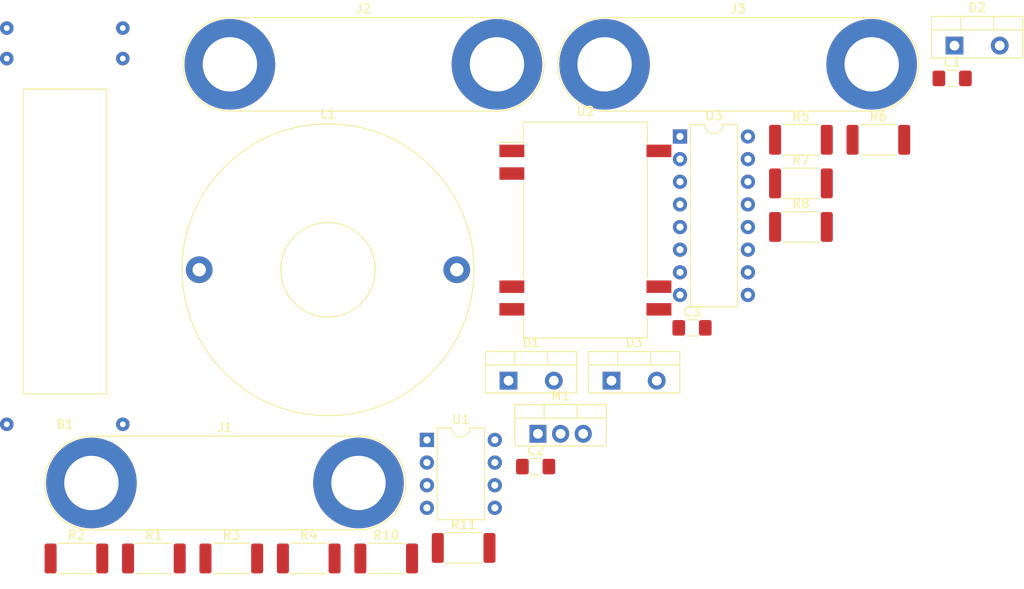
<source format=kicad_pcb>
(kicad_pcb (version 20171130) (host pcbnew "(5.1.6)-1")

  (general
    (thickness 1.6)
    (drawings 0)
    (tracks 0)
    (zones 0)
    (modules 25)
    (nets 29)
  )

  (page A4)
  (layers
    (0 F.Cu signal)
    (31 B.Cu signal)
    (32 B.Adhes user)
    (33 F.Adhes user)
    (34 B.Paste user)
    (35 F.Paste user)
    (36 B.SilkS user)
    (37 F.SilkS user)
    (38 B.Mask user)
    (39 F.Mask user)
    (40 Dwgs.User user)
    (41 Cmts.User user)
    (42 Eco1.User user)
    (43 Eco2.User user)
    (44 Edge.Cuts user)
    (45 Margin user)
    (46 B.CrtYd user)
    (47 F.CrtYd user)
    (48 B.Fab user)
    (49 F.Fab user)
  )

  (setup
    (last_trace_width 0.25)
    (trace_clearance 0.2)
    (zone_clearance 0.508)
    (zone_45_only no)
    (trace_min 0.2)
    (via_size 0.8)
    (via_drill 0.4)
    (via_min_size 0.4)
    (via_min_drill 0.3)
    (uvia_size 0.3)
    (uvia_drill 0.1)
    (uvias_allowed no)
    (uvia_min_size 0.2)
    (uvia_min_drill 0.1)
    (edge_width 0.05)
    (segment_width 0.2)
    (pcb_text_width 0.3)
    (pcb_text_size 1.5 1.5)
    (mod_edge_width 0.12)
    (mod_text_size 1 1)
    (mod_text_width 0.15)
    (pad_size 1.524 1.524)
    (pad_drill 0.762)
    (pad_to_mask_clearance 0.05)
    (aux_axis_origin 0 0)
    (visible_elements FFFFFF7F)
    (pcbplotparams
      (layerselection 0x010fc_ffffffff)
      (usegerberextensions false)
      (usegerberattributes true)
      (usegerberadvancedattributes true)
      (creategerberjobfile true)
      (excludeedgelayer true)
      (linewidth 0.100000)
      (plotframeref false)
      (viasonmask false)
      (mode 1)
      (useauxorigin false)
      (hpglpennumber 1)
      (hpglpenspeed 20)
      (hpglpendiameter 15.000000)
      (psnegative false)
      (psa4output false)
      (plotreference true)
      (plotvalue true)
      (plotinvisibletext false)
      (padsonsilk false)
      (subtractmaskfromsilk false)
      (outputformat 1)
      (mirror false)
      (drillshape 1)
      (scaleselection 1)
      (outputdirectory ""))
  )

  (net 0 "")
  (net 1 VCC)
  (net 2 "Net-(C1-Pad2)")
  (net 3 "Net-(C1-Pad1)")
  (net 4 "Net-(C2-Pad1)")
  (net 5 GND)
  (net 6 /Vout)
  (net 7 "Net-(B1-Pad~)")
  (net 8 "Net-(D2-Pad2)")
  (net 9 GND1)
  (net 10 +12V)
  (net 11 /GATE)
  (net 12 "Net-(R1-Pad2)")
  (net 13 "Net-(R1-Pad1)")
  (net 14 "Net-(R3-Pad1)")
  (net 15 "Net-(R4-Pad1)")
  (net 16 "Net-(R4-Pad2)")
  (net 17 "Net-(R5-Pad1)")
  (net 18 /1IN+)
  (net 19 "Net-(U1-Pad1)")
  (net 20 "Net-(U1-Pad6)")
  (net 21 "Net-(U1-Pad3)")
  (net 22 "Net-(U1-Pad4)")
  (net 23 "Net-(U2-Pad7)")
  (net 24 "Net-(U2-Pad8)")
  (net 25 "Net-(U3-Pad10)")
  (net 26 "Net-(U3-Pad11)")
  (net 27 "Net-(U3-Pad15)")
  (net 28 "Net-(U3-Pad16)")

  (net_class Default "This is the default net class."
    (clearance 0.2)
    (trace_width 0.25)
    (via_dia 0.8)
    (via_drill 0.4)
    (uvia_dia 0.3)
    (uvia_drill 0.1)
    (add_net +12V)
    (add_net /1IN+)
    (add_net /GATE)
    (add_net /Vout)
    (add_net GND)
    (add_net GND1)
    (add_net "Net-(B1-Pad~)")
    (add_net "Net-(C1-Pad1)")
    (add_net "Net-(C1-Pad2)")
    (add_net "Net-(C2-Pad1)")
    (add_net "Net-(D2-Pad2)")
    (add_net "Net-(R1-Pad1)")
    (add_net "Net-(R1-Pad2)")
    (add_net "Net-(R3-Pad1)")
    (add_net "Net-(R4-Pad1)")
    (add_net "Net-(R4-Pad2)")
    (add_net "Net-(R5-Pad1)")
    (add_net "Net-(U1-Pad1)")
    (add_net "Net-(U1-Pad3)")
    (add_net "Net-(U1-Pad4)")
    (add_net "Net-(U1-Pad6)")
    (add_net "Net-(U2-Pad7)")
    (add_net "Net-(U2-Pad8)")
    (add_net "Net-(U3-Pad10)")
    (add_net "Net-(U3-Pad11)")
    (add_net "Net-(U3-Pad15)")
    (add_net "Net-(U3-Pad16)")
    (add_net VCC)
  )

  (module Transformer_THT:trafo (layer F.Cu) (tedit 5EEA9494) (tstamp 5EEAE181)
    (at 134.62 68.58)
    (path /5ED3739B)
    (fp_text reference B1 (at 0 20.52) (layer F.SilkS)
      (effects (font (size 1 1) (thickness 0.15)))
    )
    (fp_text value reel_trafo (at 0 -18.27) (layer F.Fab)
      (effects (font (size 1 1) (thickness 0.15)))
    )
    (fp_line (start -4.65 17.1) (end -4.65 -17.1) (layer F.SilkS) (width 0.12))
    (fp_line (start 4.65 17.1) (end -4.65 17.1) (layer F.SilkS) (width 0.12))
    (fp_line (start 4.65 -17.1) (end 4.65 17.1) (layer F.SilkS) (width 0.12))
    (fp_line (start -4.65 -17.1) (end 4.65 -17.1) (layer F.SilkS) (width 0.12))
    (fp_line (start 0 -17.1) (end -4.65 -17.1) (layer F.SilkS) (width 0.12))
    (pad 1 thru_hole circle (at -6.51 -20.52) (size 1.524 1.524) (drill 0.65) (layers *.Cu *.Mask)
      (net 1 VCC))
    (pad 2 thru_hole circle (at -6.51 -23.94) (size 1.524 1.524) (drill 0.65) (layers *.Cu *.Mask))
    (pad 3 thru_hole circle (at 6.51 -23.94) (size 1.524 1.524) (drill 0.65) (layers *.Cu *.Mask))
    (pad 4 thru_hole circle (at 6.51 -20.52) (size 1.524 1.524) (drill 0.65) (layers *.Cu *.Mask))
    (pad 5 thru_hole circle (at -6.51 20.52) (size 1.524 1.524) (drill 0.65) (layers *.Cu *.Mask))
    (pad 6 thru_hole circle (at 6.51 20.52) (size 1.524 1.524) (drill 0.65) (layers *.Cu *.Mask))
  )

  (module Capacitor_SMD:C_1206_3216Metric_Pad1.42x1.75mm_HandSolder (layer F.Cu) (tedit 5B301BBE) (tstamp 5EEAE192)
    (at 234.195001 50.285001)
    (descr "Capacitor SMD 1206 (3216 Metric), square (rectangular) end terminal, IPC_7351 nominal with elongated pad for handsoldering. (Body size source: http://www.tortai-tech.com/upload/download/2011102023233369053.pdf), generated with kicad-footprint-generator")
    (tags "capacitor handsolder")
    (path /5EE9CF95)
    (attr smd)
    (fp_text reference C1 (at 0 -1.82) (layer F.SilkS)
      (effects (font (size 1 1) (thickness 0.15)))
    )
    (fp_text value 2.2uF (at 0 1.82) (layer F.Fab)
      (effects (font (size 1 1) (thickness 0.15)))
    )
    (fp_text user %R (at 0 0) (layer F.Fab)
      (effects (font (size 0.8 0.8) (thickness 0.12)))
    )
    (fp_line (start -1.6 0.8) (end -1.6 -0.8) (layer F.Fab) (width 0.1))
    (fp_line (start -1.6 -0.8) (end 1.6 -0.8) (layer F.Fab) (width 0.1))
    (fp_line (start 1.6 -0.8) (end 1.6 0.8) (layer F.Fab) (width 0.1))
    (fp_line (start 1.6 0.8) (end -1.6 0.8) (layer F.Fab) (width 0.1))
    (fp_line (start -0.602064 -0.91) (end 0.602064 -0.91) (layer F.SilkS) (width 0.12))
    (fp_line (start -0.602064 0.91) (end 0.602064 0.91) (layer F.SilkS) (width 0.12))
    (fp_line (start -2.45 1.12) (end -2.45 -1.12) (layer F.CrtYd) (width 0.05))
    (fp_line (start -2.45 -1.12) (end 2.45 -1.12) (layer F.CrtYd) (width 0.05))
    (fp_line (start 2.45 -1.12) (end 2.45 1.12) (layer F.CrtYd) (width 0.05))
    (fp_line (start 2.45 1.12) (end -2.45 1.12) (layer F.CrtYd) (width 0.05))
    (pad 2 smd roundrect (at 1.4875 0) (size 1.425 1.75) (layers F.Cu F.Paste F.Mask) (roundrect_rratio 0.175439)
      (net 2 "Net-(C1-Pad2)"))
    (pad 1 smd roundrect (at -1.4875 0) (size 1.425 1.75) (layers F.Cu F.Paste F.Mask) (roundrect_rratio 0.175439)
      (net 3 "Net-(C1-Pad1)"))
    (model ${KISYS3DMOD}/Capacitor_SMD.3dshapes/C_1206_3216Metric.wrl
      (at (xyz 0 0 0))
      (scale (xyz 1 1 1))
      (rotate (xyz 0 0 0))
    )
  )

  (module Capacitor_SMD:C_1206_3216Metric_Pad1.42x1.75mm_HandSolder (layer F.Cu) (tedit 5B301BBE) (tstamp 5EEAE1A3)
    (at 187.455001 93.845001)
    (descr "Capacitor SMD 1206 (3216 Metric), square (rectangular) end terminal, IPC_7351 nominal with elongated pad for handsoldering. (Body size source: http://www.tortai-tech.com/upload/download/2011102023233369053.pdf), generated with kicad-footprint-generator")
    (tags "capacitor handsolder")
    (path /5EEF337A)
    (attr smd)
    (fp_text reference C2 (at 0 -1.82) (layer F.SilkS)
      (effects (font (size 1 1) (thickness 0.15)))
    )
    (fp_text value 4.7nF (at 0 1.82) (layer F.Fab)
      (effects (font (size 1 1) (thickness 0.15)))
    )
    (fp_line (start 2.45 1.12) (end -2.45 1.12) (layer F.CrtYd) (width 0.05))
    (fp_line (start 2.45 -1.12) (end 2.45 1.12) (layer F.CrtYd) (width 0.05))
    (fp_line (start -2.45 -1.12) (end 2.45 -1.12) (layer F.CrtYd) (width 0.05))
    (fp_line (start -2.45 1.12) (end -2.45 -1.12) (layer F.CrtYd) (width 0.05))
    (fp_line (start -0.602064 0.91) (end 0.602064 0.91) (layer F.SilkS) (width 0.12))
    (fp_line (start -0.602064 -0.91) (end 0.602064 -0.91) (layer F.SilkS) (width 0.12))
    (fp_line (start 1.6 0.8) (end -1.6 0.8) (layer F.Fab) (width 0.1))
    (fp_line (start 1.6 -0.8) (end 1.6 0.8) (layer F.Fab) (width 0.1))
    (fp_line (start -1.6 -0.8) (end 1.6 -0.8) (layer F.Fab) (width 0.1))
    (fp_line (start -1.6 0.8) (end -1.6 -0.8) (layer F.Fab) (width 0.1))
    (fp_text user %R (at 0 0) (layer F.Fab)
      (effects (font (size 0.8 0.8) (thickness 0.12)))
    )
    (pad 1 smd roundrect (at -1.4875 0) (size 1.425 1.75) (layers F.Cu F.Paste F.Mask) (roundrect_rratio 0.175439)
      (net 4 "Net-(C2-Pad1)"))
    (pad 2 smd roundrect (at 1.4875 0) (size 1.425 1.75) (layers F.Cu F.Paste F.Mask) (roundrect_rratio 0.175439)
      (net 5 GND))
    (model ${KISYS3DMOD}/Capacitor_SMD.3dshapes/C_1206_3216Metric.wrl
      (at (xyz 0 0 0))
      (scale (xyz 1 1 1))
      (rotate (xyz 0 0 0))
    )
  )

  (module Capacitor_SMD:C_1206_3216Metric_Pad1.42x1.75mm_HandSolder (layer F.Cu) (tedit 5B301BBE) (tstamp 5EEAE1B4)
    (at 205.005001 78.275001)
    (descr "Capacitor SMD 1206 (3216 Metric), square (rectangular) end terminal, IPC_7351 nominal with elongated pad for handsoldering. (Body size source: http://www.tortai-tech.com/upload/download/2011102023233369053.pdf), generated with kicad-footprint-generator")
    (tags "capacitor handsolder")
    (path /5ED3F9C9)
    (attr smd)
    (fp_text reference C3 (at 0 -1.82) (layer F.SilkS)
      (effects (font (size 1 1) (thickness 0.15)))
    )
    (fp_text value 33u (at 0 1.82) (layer F.Fab)
      (effects (font (size 1 1) (thickness 0.15)))
    )
    (fp_line (start 2.45 1.12) (end -2.45 1.12) (layer F.CrtYd) (width 0.05))
    (fp_line (start 2.45 -1.12) (end 2.45 1.12) (layer F.CrtYd) (width 0.05))
    (fp_line (start -2.45 -1.12) (end 2.45 -1.12) (layer F.CrtYd) (width 0.05))
    (fp_line (start -2.45 1.12) (end -2.45 -1.12) (layer F.CrtYd) (width 0.05))
    (fp_line (start -0.602064 0.91) (end 0.602064 0.91) (layer F.SilkS) (width 0.12))
    (fp_line (start -0.602064 -0.91) (end 0.602064 -0.91) (layer F.SilkS) (width 0.12))
    (fp_line (start 1.6 0.8) (end -1.6 0.8) (layer F.Fab) (width 0.1))
    (fp_line (start 1.6 -0.8) (end 1.6 0.8) (layer F.Fab) (width 0.1))
    (fp_line (start -1.6 -0.8) (end 1.6 -0.8) (layer F.Fab) (width 0.1))
    (fp_line (start -1.6 0.8) (end -1.6 -0.8) (layer F.Fab) (width 0.1))
    (fp_text user %R (at 0 0) (layer F.Fab)
      (effects (font (size 0.8 0.8) (thickness 0.12)))
    )
    (pad 1 smd roundrect (at -1.4875 0) (size 1.425 1.75) (layers F.Cu F.Paste F.Mask) (roundrect_rratio 0.175439)
      (net 6 /Vout))
    (pad 2 smd roundrect (at 1.4875 0) (size 1.425 1.75) (layers F.Cu F.Paste F.Mask) (roundrect_rratio 0.175439)
      (net 7 "Net-(B1-Pad~)"))
    (model ${KISYS3DMOD}/Capacitor_SMD.3dshapes/C_1206_3216Metric.wrl
      (at (xyz 0 0 0))
      (scale (xyz 1 1 1))
      (rotate (xyz 0 0 0))
    )
  )

  (module Package_TO_SOT_THT:TO-220-2_Vertical (layer F.Cu) (tedit 5AC8BA0D) (tstamp 5EEAE1CD)
    (at 184.415001 84.205001)
    (descr "TO-220-2, Vertical, RM 5.08mm, see https://www.centralsemi.com/PDFS/CASE/TO-220-2PD.PDF")
    (tags "TO-220-2 Vertical RM 5.08mm")
    (path /5ED3A6F4)
    (fp_text reference D1 (at 2.54 -4.27) (layer F.SilkS)
      (effects (font (size 1 1) (thickness 0.15)))
    )
    (fp_text value DIODE (at 2.54 2.5) (layer F.Fab)
      (effects (font (size 1 1) (thickness 0.15)))
    )
    (fp_line (start 7.79 -3.4) (end -2.71 -3.4) (layer F.CrtYd) (width 0.05))
    (fp_line (start 7.79 1.51) (end 7.79 -3.4) (layer F.CrtYd) (width 0.05))
    (fp_line (start -2.71 1.51) (end 7.79 1.51) (layer F.CrtYd) (width 0.05))
    (fp_line (start -2.71 -3.4) (end -2.71 1.51) (layer F.CrtYd) (width 0.05))
    (fp_line (start 4.391 -3.27) (end 4.391 -1.76) (layer F.SilkS) (width 0.12))
    (fp_line (start 0.69 -3.27) (end 0.69 -1.76) (layer F.SilkS) (width 0.12))
    (fp_line (start -2.58 -1.76) (end 7.66 -1.76) (layer F.SilkS) (width 0.12))
    (fp_line (start 7.66 -3.27) (end 7.66 1.371) (layer F.SilkS) (width 0.12))
    (fp_line (start -2.58 -3.27) (end -2.58 1.371) (layer F.SilkS) (width 0.12))
    (fp_line (start -2.58 1.371) (end 7.66 1.371) (layer F.SilkS) (width 0.12))
    (fp_line (start -2.58 -3.27) (end 7.66 -3.27) (layer F.SilkS) (width 0.12))
    (fp_line (start 4.39 -3.15) (end 4.39 -1.88) (layer F.Fab) (width 0.1))
    (fp_line (start 0.69 -3.15) (end 0.69 -1.88) (layer F.Fab) (width 0.1))
    (fp_line (start -2.46 -1.88) (end 7.54 -1.88) (layer F.Fab) (width 0.1))
    (fp_line (start 7.54 -3.15) (end -2.46 -3.15) (layer F.Fab) (width 0.1))
    (fp_line (start 7.54 1.25) (end 7.54 -3.15) (layer F.Fab) (width 0.1))
    (fp_line (start -2.46 1.25) (end 7.54 1.25) (layer F.Fab) (width 0.1))
    (fp_line (start -2.46 -3.15) (end -2.46 1.25) (layer F.Fab) (width 0.1))
    (fp_text user %R (at 2.54 -4.27) (layer F.Fab)
      (effects (font (size 1 1) (thickness 0.15)))
    )
    (pad 1 thru_hole rect (at 0 0) (size 2 2) (drill 1.1) (layers *.Cu *.Mask)
      (net 5 GND))
    (pad 2 thru_hole oval (at 5.08 0) (size 2 2) (drill 1.1) (layers *.Cu *.Mask)
      (net 7 "Net-(B1-Pad~)"))
    (model ${KISYS3DMOD}/Package_TO_SOT_THT.3dshapes/TO-220-2_Vertical.wrl
      (at (xyz 0 0 0))
      (scale (xyz 1 1 1))
      (rotate (xyz 0 0 0))
    )
  )

  (module Package_TO_SOT_THT:TO-220-2_Vertical (layer F.Cu) (tedit 5AC8BA0D) (tstamp 5EEAE1E6)
    (at 234.455001 46.605001)
    (descr "TO-220-2, Vertical, RM 5.08mm, see https://www.centralsemi.com/PDFS/CASE/TO-220-2PD.PDF")
    (tags "TO-220-2 Vertical RM 5.08mm")
    (path /5ED3DBC2)
    (fp_text reference D2 (at 2.54 -4.27) (layer F.SilkS)
      (effects (font (size 1 1) (thickness 0.15)))
    )
    (fp_text value DIODE (at 2.54 2.5) (layer F.Fab)
      (effects (font (size 1 1) (thickness 0.15)))
    )
    (fp_line (start 7.79 -3.4) (end -2.71 -3.4) (layer F.CrtYd) (width 0.05))
    (fp_line (start 7.79 1.51) (end 7.79 -3.4) (layer F.CrtYd) (width 0.05))
    (fp_line (start -2.71 1.51) (end 7.79 1.51) (layer F.CrtYd) (width 0.05))
    (fp_line (start -2.71 -3.4) (end -2.71 1.51) (layer F.CrtYd) (width 0.05))
    (fp_line (start 4.391 -3.27) (end 4.391 -1.76) (layer F.SilkS) (width 0.12))
    (fp_line (start 0.69 -3.27) (end 0.69 -1.76) (layer F.SilkS) (width 0.12))
    (fp_line (start -2.58 -1.76) (end 7.66 -1.76) (layer F.SilkS) (width 0.12))
    (fp_line (start 7.66 -3.27) (end 7.66 1.371) (layer F.SilkS) (width 0.12))
    (fp_line (start -2.58 -3.27) (end -2.58 1.371) (layer F.SilkS) (width 0.12))
    (fp_line (start -2.58 1.371) (end 7.66 1.371) (layer F.SilkS) (width 0.12))
    (fp_line (start -2.58 -3.27) (end 7.66 -3.27) (layer F.SilkS) (width 0.12))
    (fp_line (start 4.39 -3.15) (end 4.39 -1.88) (layer F.Fab) (width 0.1))
    (fp_line (start 0.69 -3.15) (end 0.69 -1.88) (layer F.Fab) (width 0.1))
    (fp_line (start -2.46 -1.88) (end 7.54 -1.88) (layer F.Fab) (width 0.1))
    (fp_line (start 7.54 -3.15) (end -2.46 -3.15) (layer F.Fab) (width 0.1))
    (fp_line (start 7.54 1.25) (end 7.54 -3.15) (layer F.Fab) (width 0.1))
    (fp_line (start -2.46 1.25) (end 7.54 1.25) (layer F.Fab) (width 0.1))
    (fp_line (start -2.46 -3.15) (end -2.46 1.25) (layer F.Fab) (width 0.1))
    (fp_text user %R (at 2.54 -4.27) (layer F.Fab)
      (effects (font (size 1 1) (thickness 0.15)))
    )
    (pad 1 thru_hole rect (at 0 0) (size 2 2) (drill 1.1) (layers *.Cu *.Mask)
      (net 7 "Net-(B1-Pad~)"))
    (pad 2 thru_hole oval (at 5.08 0) (size 2 2) (drill 1.1) (layers *.Cu *.Mask)
      (net 8 "Net-(D2-Pad2)"))
    (model ${KISYS3DMOD}/Package_TO_SOT_THT.3dshapes/TO-220-2_Vertical.wrl
      (at (xyz 0 0 0))
      (scale (xyz 1 1 1))
      (rotate (xyz 0 0 0))
    )
  )

  (module Package_TO_SOT_THT:TO-220-2_Vertical (layer F.Cu) (tedit 5AC8BA0D) (tstamp 5EEAE1FF)
    (at 195.965001 84.205001)
    (descr "TO-220-2, Vertical, RM 5.08mm, see https://www.centralsemi.com/PDFS/CASE/TO-220-2PD.PDF")
    (tags "TO-220-2 Vertical RM 5.08mm")
    (path /5ED3E515)
    (fp_text reference D3 (at 2.54 -4.27) (layer F.SilkS)
      (effects (font (size 1 1) (thickness 0.15)))
    )
    (fp_text value DIODE (at 2.54 2.5) (layer F.Fab)
      (effects (font (size 1 1) (thickness 0.15)))
    )
    (fp_text user %R (at 2.54 -4.27) (layer F.Fab)
      (effects (font (size 1 1) (thickness 0.15)))
    )
    (fp_line (start -2.46 -3.15) (end -2.46 1.25) (layer F.Fab) (width 0.1))
    (fp_line (start -2.46 1.25) (end 7.54 1.25) (layer F.Fab) (width 0.1))
    (fp_line (start 7.54 1.25) (end 7.54 -3.15) (layer F.Fab) (width 0.1))
    (fp_line (start 7.54 -3.15) (end -2.46 -3.15) (layer F.Fab) (width 0.1))
    (fp_line (start -2.46 -1.88) (end 7.54 -1.88) (layer F.Fab) (width 0.1))
    (fp_line (start 0.69 -3.15) (end 0.69 -1.88) (layer F.Fab) (width 0.1))
    (fp_line (start 4.39 -3.15) (end 4.39 -1.88) (layer F.Fab) (width 0.1))
    (fp_line (start -2.58 -3.27) (end 7.66 -3.27) (layer F.SilkS) (width 0.12))
    (fp_line (start -2.58 1.371) (end 7.66 1.371) (layer F.SilkS) (width 0.12))
    (fp_line (start -2.58 -3.27) (end -2.58 1.371) (layer F.SilkS) (width 0.12))
    (fp_line (start 7.66 -3.27) (end 7.66 1.371) (layer F.SilkS) (width 0.12))
    (fp_line (start -2.58 -1.76) (end 7.66 -1.76) (layer F.SilkS) (width 0.12))
    (fp_line (start 0.69 -3.27) (end 0.69 -1.76) (layer F.SilkS) (width 0.12))
    (fp_line (start 4.391 -3.27) (end 4.391 -1.76) (layer F.SilkS) (width 0.12))
    (fp_line (start -2.71 -3.4) (end -2.71 1.51) (layer F.CrtYd) (width 0.05))
    (fp_line (start -2.71 1.51) (end 7.79 1.51) (layer F.CrtYd) (width 0.05))
    (fp_line (start 7.79 1.51) (end 7.79 -3.4) (layer F.CrtYd) (width 0.05))
    (fp_line (start 7.79 -3.4) (end -2.71 -3.4) (layer F.CrtYd) (width 0.05))
    (pad 2 thru_hole oval (at 5.08 0) (size 2 2) (drill 1.1) (layers *.Cu *.Mask)
      (net 8 "Net-(D2-Pad2)"))
    (pad 1 thru_hole rect (at 0 0) (size 2 2) (drill 1.1) (layers *.Cu *.Mask)
      (net 7 "Net-(B1-Pad~)"))
    (model ${KISYS3DMOD}/Package_TO_SOT_THT.3dshapes/TO-220-2_Vertical.wrl
      (at (xyz 0 0 0))
      (scale (xyz 1 1 1))
      (rotate (xyz 0 0 0))
    )
  )

  (module Connector:Banana_Jack_2Pin (layer F.Cu) (tedit 5A1AB217) (tstamp 5EEAE212)
    (at 137.605001 95.685001)
    (descr "Dual banana socket, footprint - 2 x 6mm drills")
    (tags "banana socket")
    (path /5EED628F)
    (fp_text reference J1 (at 14.985 -6.24) (layer F.SilkS)
      (effects (font (size 1 1) (thickness 0.15)))
    )
    (fp_text value Conn_01x02_Female (at 14.985 6.29) (layer F.Fab)
      (effects (font (size 1 1) (thickness 0.15)))
    )
    (fp_circle (center 30 0) (end 34.75 0) (layer F.Fab) (width 0.1))
    (fp_circle (center 0 0) (end 4.75 0) (layer F.Fab) (width 0.1))
    (fp_circle (center 0 0) (end 2 0) (layer F.Fab) (width 0.1))
    (fp_circle (center 30 0) (end 32 0) (layer F.Fab) (width 0.1))
    (fp_line (start 30 -5.25) (end 0 -5.25) (layer F.SilkS) (width 0.12))
    (fp_line (start 0 5.25) (end 30 5.25) (layer F.SilkS) (width 0.12))
    (fp_line (start 0 5.5) (end 30 5.5) (layer F.CrtYd) (width 0.05))
    (fp_line (start 30 -5.5) (end 0 -5.5) (layer F.CrtYd) (width 0.05))
    (fp_text user %R (at 14.985 0) (layer F.Fab)
      (effects (font (size 1 1) (thickness 0.15)))
    )
    (fp_arc (start 0 0) (end 0 5.5) (angle 180) (layer F.CrtYd) (width 0.05))
    (fp_arc (start 30 0) (end 30 -5.5) (angle 180) (layer F.CrtYd) (width 0.05))
    (fp_arc (start 30 0) (end 30 -5.25) (angle 180) (layer F.SilkS) (width 0.12))
    (fp_arc (start 0 0) (end 0 5.25) (angle 180) (layer F.SilkS) (width 0.12))
    (pad 1 thru_hole circle (at 0 0) (size 10.16 10.16) (drill 6.1) (layers *.Cu *.Mask)
      (net 1 VCC))
    (pad 2 thru_hole circle (at 29.97 0) (size 10.16 10.16) (drill 6.1) (layers *.Cu *.Mask)
      (net 5 GND))
    (model ${KISYS3DMOD}/Connector.3dshapes/Banana_Jack_2Pin.wrl
      (offset (xyz 14.98599977493286 0 0))
      (scale (xyz 2 2 2))
      (rotate (xyz 0 0 0))
    )
  )

  (module Connector:Banana_Jack_2Pin (layer F.Cu) (tedit 5A1AB217) (tstamp 5EEAE225)
    (at 153.145001 48.705001)
    (descr "Dual banana socket, footprint - 2 x 6mm drills")
    (tags "banana socket")
    (path /5EED6E52)
    (fp_text reference J2 (at 14.985 -6.24) (layer F.SilkS)
      (effects (font (size 1 1) (thickness 0.15)))
    )
    (fp_text value Conn_01x02_Female (at 14.985 6.29) (layer F.Fab)
      (effects (font (size 1 1) (thickness 0.15)))
    )
    (fp_arc (start 0 0) (end 0 5.25) (angle 180) (layer F.SilkS) (width 0.12))
    (fp_arc (start 30 0) (end 30 -5.25) (angle 180) (layer F.SilkS) (width 0.12))
    (fp_arc (start 30 0) (end 30 -5.5) (angle 180) (layer F.CrtYd) (width 0.05))
    (fp_arc (start 0 0) (end 0 5.5) (angle 180) (layer F.CrtYd) (width 0.05))
    (fp_text user %R (at 14.985 0) (layer F.Fab)
      (effects (font (size 1 1) (thickness 0.15)))
    )
    (fp_line (start 30 -5.5) (end 0 -5.5) (layer F.CrtYd) (width 0.05))
    (fp_line (start 0 5.5) (end 30 5.5) (layer F.CrtYd) (width 0.05))
    (fp_line (start 0 5.25) (end 30 5.25) (layer F.SilkS) (width 0.12))
    (fp_line (start 30 -5.25) (end 0 -5.25) (layer F.SilkS) (width 0.12))
    (fp_circle (center 30 0) (end 32 0) (layer F.Fab) (width 0.1))
    (fp_circle (center 0 0) (end 2 0) (layer F.Fab) (width 0.1))
    (fp_circle (center 0 0) (end 4.75 0) (layer F.Fab) (width 0.1))
    (fp_circle (center 30 0) (end 34.75 0) (layer F.Fab) (width 0.1))
    (pad 2 thru_hole circle (at 29.97 0) (size 10.16 10.16) (drill 6.1) (layers *.Cu *.Mask)
      (net 9 GND1))
    (pad 1 thru_hole circle (at 0 0) (size 10.16 10.16) (drill 6.1) (layers *.Cu *.Mask)
      (net 10 +12V))
    (model ${KISYS3DMOD}/Connector.3dshapes/Banana_Jack_2Pin.wrl
      (offset (xyz 14.98599977493286 0 0))
      (scale (xyz 2 2 2))
      (rotate (xyz 0 0 0))
    )
  )

  (module Connector:Banana_Jack_2Pin (layer F.Cu) (tedit 5A1AB217) (tstamp 5EEAE238)
    (at 195.195001 48.705001)
    (descr "Dual banana socket, footprint - 2 x 6mm drills")
    (tags "banana socket")
    (path /5EEC8F4E)
    (fp_text reference J3 (at 14.985 -6.24) (layer F.SilkS)
      (effects (font (size 1 1) (thickness 0.15)))
    )
    (fp_text value Conn_01x02_Male (at 14.985 6.29) (layer F.Fab)
      (effects (font (size 1 1) (thickness 0.15)))
    )
    (fp_circle (center 30 0) (end 34.75 0) (layer F.Fab) (width 0.1))
    (fp_circle (center 0 0) (end 4.75 0) (layer F.Fab) (width 0.1))
    (fp_circle (center 0 0) (end 2 0) (layer F.Fab) (width 0.1))
    (fp_circle (center 30 0) (end 32 0) (layer F.Fab) (width 0.1))
    (fp_line (start 30 -5.25) (end 0 -5.25) (layer F.SilkS) (width 0.12))
    (fp_line (start 0 5.25) (end 30 5.25) (layer F.SilkS) (width 0.12))
    (fp_line (start 0 5.5) (end 30 5.5) (layer F.CrtYd) (width 0.05))
    (fp_line (start 30 -5.5) (end 0 -5.5) (layer F.CrtYd) (width 0.05))
    (fp_text user %R (at 14.985 0) (layer F.Fab)
      (effects (font (size 1 1) (thickness 0.15)))
    )
    (fp_arc (start 0 0) (end 0 5.5) (angle 180) (layer F.CrtYd) (width 0.05))
    (fp_arc (start 30 0) (end 30 -5.5) (angle 180) (layer F.CrtYd) (width 0.05))
    (fp_arc (start 30 0) (end 30 -5.25) (angle 180) (layer F.SilkS) (width 0.12))
    (fp_arc (start 0 0) (end 0 5.25) (angle 180) (layer F.SilkS) (width 0.12))
    (pad 1 thru_hole circle (at 0 0) (size 10.16 10.16) (drill 6.1) (layers *.Cu *.Mask)
      (net 7 "Net-(B1-Pad~)"))
    (pad 2 thru_hole circle (at 29.97 0) (size 10.16 10.16) (drill 6.1) (layers *.Cu *.Mask)
      (net 6 /Vout))
    (model ${KISYS3DMOD}/Connector.3dshapes/Banana_Jack_2Pin.wrl
      (offset (xyz 14.98599977493286 0 0))
      (scale (xyz 2 2 2))
      (rotate (xyz 0 0 0))
    )
  )

  (module Inductor_THT:L_Toroid_Horizontal_D32.5mm_P28.90mm_Bourns_2300 (layer F.Cu) (tedit 5AE59B06) (tstamp 5EEAE254)
    (at 149.705001 71.755001)
    (descr "L_Toroid, Horizontal series, Radial, pin pitch=28.90mm, , diameter=32.5mm, Bourns, 2300, http://www.bourns.com/docs/Product-Datasheets/2300_series.pdf?sfvrsn=3")
    (tags "L_Toroid Horizontal series Radial pin pitch 28.90mm  diameter 32.5mm Bourns 2300")
    (path /5ED3F2F5)
    (fp_text reference L1 (at 14.45 -17.5) (layer F.SilkS)
      (effects (font (size 1 1) (thickness 0.15)))
    )
    (fp_text value INDUCTOR (at 14.45 17.5) (layer F.Fab)
      (effects (font (size 1 1) (thickness 0.15)))
    )
    (fp_line (start 30.95 -16.5) (end -2.06 -16.5) (layer F.CrtYd) (width 0.05))
    (fp_line (start 30.95 16.5) (end 30.95 -16.5) (layer F.CrtYd) (width 0.05))
    (fp_line (start -2.06 16.5) (end 30.95 16.5) (layer F.CrtYd) (width 0.05))
    (fp_line (start -2.06 -16.5) (end -2.06 16.5) (layer F.CrtYd) (width 0.05))
    (fp_line (start 30.4926 -0.002973) (end 19.668781 1.397288) (layer F.Fab) (width 0.1))
    (fp_line (start 28.341936 -8.02366) (end 19.668262 -1.399222) (layer F.Fab) (width 0.1))
    (fp_line (start 22.469154 -13.894538) (end 18.269596 -3.820834) (layer F.Fab) (width 0.1))
    (fp_line (start 14.44777 -16.0426) (end 15.84753 -5.218716) (layer F.Fab) (width 0.1))
    (fp_line (start 6.426984 -13.892308) (end 13.051019 -5.218327) (layer F.Fab) (width 0.1))
    (fp_line (start 0.555834 -8.019798) (end 10.629342 -3.819773) (layer F.Fab) (width 0.1))
    (fp_line (start -1.5926 0.001486) (end 9.231349 -1.397772) (layer F.Fab) (width 0.1))
    (fp_line (start 0.55732 8.022373) (end 9.231608 1.398739) (layer F.Fab) (width 0.1))
    (fp_line (start 6.429558 13.893795) (end 10.63005 3.820481) (layer F.Fab) (width 0.1))
    (fp_line (start 14.450743 16.0426) (end 13.051986 5.218586) (layer F.Fab) (width 0.1))
    (fp_line (start 22.471729 13.893051) (end 15.848497 5.218457) (layer F.Fab) (width 0.1))
    (fp_line (start 28.343423 8.021085) (end 18.270304 3.820127) (layer F.Fab) (width 0.1))
    (fp_line (start 30.4926 0) (end 19.668522 1.398255) (layer F.Fab) (width 0.1))
    (fp_circle (center 14.45 0) (end 19.746667 0) (layer F.SilkS) (width 0.12))
    (fp_circle (center 14.45 0) (end 30.82 0) (layer F.SilkS) (width 0.12))
    (fp_circle (center 14.45 0) (end 19.866667 0) (layer F.Fab) (width 0.1))
    (fp_circle (center 14.45 0) (end 30.7 0) (layer F.Fab) (width 0.1))
    (fp_text user %R (at 14.45 0) (layer F.Fab)
      (effects (font (size 1 1) (thickness 0.15)))
    )
    (pad 1 thru_hole circle (at 0 0) (size 3 3) (drill 1.5) (layers *.Cu *.Mask)
      (net 8 "Net-(D2-Pad2)"))
    (pad 2 thru_hole circle (at 28.9 0) (size 3 3) (drill 1.5) (layers *.Cu *.Mask)
      (net 6 /Vout))
    (model ${KISYS3DMOD}/Inductor_THT.3dshapes/L_Toroid_Horizontal_D32.5mm_P28.90mm_Bourns_2300.wrl
      (at (xyz 0 0 0))
      (scale (xyz 1 1 1))
      (rotate (xyz 0 0 0))
    )
  )

  (module Package_TO_SOT_THT:TO-220-3_Vertical (layer F.Cu) (tedit 5AC8BA0D) (tstamp 5EEAE26E)
    (at 187.715001 90.165001)
    (descr "TO-220-3, Vertical, RM 2.54mm, see https://www.vishay.com/docs/66542/to-220-1.pdf")
    (tags "TO-220-3 Vertical RM 2.54mm")
    (path /5ED38925)
    (fp_text reference M1 (at 2.54 -4.27) (layer F.SilkS)
      (effects (font (size 1 1) (thickness 0.15)))
    )
    (fp_text value MNMOS (at 2.54 2.5) (layer F.Fab)
      (effects (font (size 1 1) (thickness 0.15)))
    )
    (fp_line (start 7.79 -3.4) (end -2.71 -3.4) (layer F.CrtYd) (width 0.05))
    (fp_line (start 7.79 1.51) (end 7.79 -3.4) (layer F.CrtYd) (width 0.05))
    (fp_line (start -2.71 1.51) (end 7.79 1.51) (layer F.CrtYd) (width 0.05))
    (fp_line (start -2.71 -3.4) (end -2.71 1.51) (layer F.CrtYd) (width 0.05))
    (fp_line (start 4.391 -3.27) (end 4.391 -1.76) (layer F.SilkS) (width 0.12))
    (fp_line (start 0.69 -3.27) (end 0.69 -1.76) (layer F.SilkS) (width 0.12))
    (fp_line (start -2.58 -1.76) (end 7.66 -1.76) (layer F.SilkS) (width 0.12))
    (fp_line (start 7.66 -3.27) (end 7.66 1.371) (layer F.SilkS) (width 0.12))
    (fp_line (start -2.58 -3.27) (end -2.58 1.371) (layer F.SilkS) (width 0.12))
    (fp_line (start -2.58 1.371) (end 7.66 1.371) (layer F.SilkS) (width 0.12))
    (fp_line (start -2.58 -3.27) (end 7.66 -3.27) (layer F.SilkS) (width 0.12))
    (fp_line (start 4.39 -3.15) (end 4.39 -1.88) (layer F.Fab) (width 0.1))
    (fp_line (start 0.69 -3.15) (end 0.69 -1.88) (layer F.Fab) (width 0.1))
    (fp_line (start -2.46 -1.88) (end 7.54 -1.88) (layer F.Fab) (width 0.1))
    (fp_line (start 7.54 -3.15) (end -2.46 -3.15) (layer F.Fab) (width 0.1))
    (fp_line (start 7.54 1.25) (end 7.54 -3.15) (layer F.Fab) (width 0.1))
    (fp_line (start -2.46 1.25) (end 7.54 1.25) (layer F.Fab) (width 0.1))
    (fp_line (start -2.46 -3.15) (end -2.46 1.25) (layer F.Fab) (width 0.1))
    (fp_text user %R (at 2.54 -4.27) (layer F.Fab)
      (effects (font (size 1 1) (thickness 0.15)))
    )
    (pad 1 thru_hole rect (at 0 0) (size 1.905 2) (drill 1.1) (layers *.Cu *.Mask)
      (net 7 "Net-(B1-Pad~)"))
    (pad 2 thru_hole oval (at 2.54 0) (size 1.905 2) (drill 1.1) (layers *.Cu *.Mask)
      (net 11 /GATE))
    (pad 3 thru_hole oval (at 5.08 0) (size 1.905 2) (drill 1.1) (layers *.Cu *.Mask)
      (net 5 GND))
    (model ${KISYS3DMOD}/Package_TO_SOT_THT.3dshapes/TO-220-3_Vertical.wrl
      (at (xyz 0 0 0))
      (scale (xyz 1 1 1))
      (rotate (xyz 0 0 0))
    )
  )

  (module Resistor_SMD:R_2512_6332Metric (layer F.Cu) (tedit 5B301BBD) (tstamp 5EEAE27F)
    (at 144.615001 104.155001)
    (descr "Resistor SMD 2512 (6332 Metric), square (rectangular) end terminal, IPC_7351 nominal, (Body size source: http://www.tortai-tech.com/upload/download/2011102023233369053.pdf), generated with kicad-footprint-generator")
    (tags resistor)
    (path /5EEECF4C)
    (attr smd)
    (fp_text reference R1 (at 0 -2.62) (layer F.SilkS)
      (effects (font (size 1 1) (thickness 0.15)))
    )
    (fp_text value 150 (at 0 2.62) (layer F.Fab)
      (effects (font (size 1 1) (thickness 0.15)))
    )
    (fp_text user %R (at 0 0) (layer F.Fab)
      (effects (font (size 1 1) (thickness 0.15)))
    )
    (fp_line (start -3.15 1.6) (end -3.15 -1.6) (layer F.Fab) (width 0.1))
    (fp_line (start -3.15 -1.6) (end 3.15 -1.6) (layer F.Fab) (width 0.1))
    (fp_line (start 3.15 -1.6) (end 3.15 1.6) (layer F.Fab) (width 0.1))
    (fp_line (start 3.15 1.6) (end -3.15 1.6) (layer F.Fab) (width 0.1))
    (fp_line (start -2.052064 -1.71) (end 2.052064 -1.71) (layer F.SilkS) (width 0.12))
    (fp_line (start -2.052064 1.71) (end 2.052064 1.71) (layer F.SilkS) (width 0.12))
    (fp_line (start -3.82 1.92) (end -3.82 -1.92) (layer F.CrtYd) (width 0.05))
    (fp_line (start -3.82 -1.92) (end 3.82 -1.92) (layer F.CrtYd) (width 0.05))
    (fp_line (start 3.82 -1.92) (end 3.82 1.92) (layer F.CrtYd) (width 0.05))
    (fp_line (start 3.82 1.92) (end -3.82 1.92) (layer F.CrtYd) (width 0.05))
    (pad 2 smd roundrect (at 2.9 0) (size 1.35 3.35) (layers F.Cu F.Paste F.Mask) (roundrect_rratio 0.185185)
      (net 12 "Net-(R1-Pad2)"))
    (pad 1 smd roundrect (at -2.9 0) (size 1.35 3.35) (layers F.Cu F.Paste F.Mask) (roundrect_rratio 0.185185)
      (net 13 "Net-(R1-Pad1)"))
    (model ${KISYS3DMOD}/Resistor_SMD.3dshapes/R_2512_6332Metric.wrl
      (at (xyz 0 0 0))
      (scale (xyz 1 1 1))
      (rotate (xyz 0 0 0))
    )
  )

  (module Resistor_SMD:R_2512_6332Metric (layer F.Cu) (tedit 5B301BBD) (tstamp 5EEAE290)
    (at 135.925001 104.155001)
    (descr "Resistor SMD 2512 (6332 Metric), square (rectangular) end terminal, IPC_7351 nominal, (Body size source: http://www.tortai-tech.com/upload/download/2011102023233369053.pdf), generated with kicad-footprint-generator")
    (tags resistor)
    (path /5EE9C2D4)
    (attr smd)
    (fp_text reference R2 (at 0 -2.62) (layer F.SilkS)
      (effects (font (size 1 1) (thickness 0.15)))
    )
    (fp_text value 9.1K (at 0 2.62) (layer F.Fab)
      (effects (font (size 1 1) (thickness 0.15)))
    )
    (fp_line (start 3.82 1.92) (end -3.82 1.92) (layer F.CrtYd) (width 0.05))
    (fp_line (start 3.82 -1.92) (end 3.82 1.92) (layer F.CrtYd) (width 0.05))
    (fp_line (start -3.82 -1.92) (end 3.82 -1.92) (layer F.CrtYd) (width 0.05))
    (fp_line (start -3.82 1.92) (end -3.82 -1.92) (layer F.CrtYd) (width 0.05))
    (fp_line (start -2.052064 1.71) (end 2.052064 1.71) (layer F.SilkS) (width 0.12))
    (fp_line (start -2.052064 -1.71) (end 2.052064 -1.71) (layer F.SilkS) (width 0.12))
    (fp_line (start 3.15 1.6) (end -3.15 1.6) (layer F.Fab) (width 0.1))
    (fp_line (start 3.15 -1.6) (end 3.15 1.6) (layer F.Fab) (width 0.1))
    (fp_line (start -3.15 -1.6) (end 3.15 -1.6) (layer F.Fab) (width 0.1))
    (fp_line (start -3.15 1.6) (end -3.15 -1.6) (layer F.Fab) (width 0.1))
    (fp_text user %R (at 0 0) (layer F.Fab)
      (effects (font (size 1 1) (thickness 0.15)))
    )
    (pad 1 smd roundrect (at -2.9 0) (size 1.35 3.35) (layers F.Cu F.Paste F.Mask) (roundrect_rratio 0.185185)
      (net 3 "Net-(C1-Pad1)"))
    (pad 2 smd roundrect (at 2.9 0) (size 1.35 3.35) (layers F.Cu F.Paste F.Mask) (roundrect_rratio 0.185185)
      (net 2 "Net-(C1-Pad2)"))
    (model ${KISYS3DMOD}/Resistor_SMD.3dshapes/R_2512_6332Metric.wrl
      (at (xyz 0 0 0))
      (scale (xyz 1 1 1))
      (rotate (xyz 0 0 0))
    )
  )

  (module Resistor_SMD:R_2512_6332Metric (layer F.Cu) (tedit 5B301BBD) (tstamp 5EEAE2A1)
    (at 153.305001 104.155001)
    (descr "Resistor SMD 2512 (6332 Metric), square (rectangular) end terminal, IPC_7351 nominal, (Body size source: http://www.tortai-tech.com/upload/download/2011102023233369053.pdf), generated with kicad-footprint-generator")
    (tags resistor)
    (path /5EEF846C)
    (attr smd)
    (fp_text reference R3 (at 0 -2.62) (layer F.SilkS)
      (effects (font (size 1 1) (thickness 0.15)))
    )
    (fp_text value 9.1K (at 0 2.62) (layer F.Fab)
      (effects (font (size 1 1) (thickness 0.15)))
    )
    (fp_text user %R (at 0 0) (layer F.Fab)
      (effects (font (size 1 1) (thickness 0.15)))
    )
    (fp_line (start -3.15 1.6) (end -3.15 -1.6) (layer F.Fab) (width 0.1))
    (fp_line (start -3.15 -1.6) (end 3.15 -1.6) (layer F.Fab) (width 0.1))
    (fp_line (start 3.15 -1.6) (end 3.15 1.6) (layer F.Fab) (width 0.1))
    (fp_line (start 3.15 1.6) (end -3.15 1.6) (layer F.Fab) (width 0.1))
    (fp_line (start -2.052064 -1.71) (end 2.052064 -1.71) (layer F.SilkS) (width 0.12))
    (fp_line (start -2.052064 1.71) (end 2.052064 1.71) (layer F.SilkS) (width 0.12))
    (fp_line (start -3.82 1.92) (end -3.82 -1.92) (layer F.CrtYd) (width 0.05))
    (fp_line (start -3.82 -1.92) (end 3.82 -1.92) (layer F.CrtYd) (width 0.05))
    (fp_line (start 3.82 -1.92) (end 3.82 1.92) (layer F.CrtYd) (width 0.05))
    (fp_line (start 3.82 1.92) (end -3.82 1.92) (layer F.CrtYd) (width 0.05))
    (pad 2 smd roundrect (at 2.9 0) (size 1.35 3.35) (layers F.Cu F.Paste F.Mask) (roundrect_rratio 0.185185)
      (net 5 GND))
    (pad 1 smd roundrect (at -2.9 0) (size 1.35 3.35) (layers F.Cu F.Paste F.Mask) (roundrect_rratio 0.185185)
      (net 14 "Net-(R3-Pad1)"))
    (model ${KISYS3DMOD}/Resistor_SMD.3dshapes/R_2512_6332Metric.wrl
      (at (xyz 0 0 0))
      (scale (xyz 1 1 1))
      (rotate (xyz 0 0 0))
    )
  )

  (module Resistor_SMD:R_2512_6332Metric (layer F.Cu) (tedit 5B301BBD) (tstamp 5EEAE2B2)
    (at 161.995001 104.155001)
    (descr "Resistor SMD 2512 (6332 Metric), square (rectangular) end terminal, IPC_7351 nominal, (Body size source: http://www.tortai-tech.com/upload/download/2011102023233369053.pdf), generated with kicad-footprint-generator")
    (tags resistor)
    (path /5EECABC7)
    (attr smd)
    (fp_text reference R4 (at 0 -2.62) (layer F.SilkS)
      (effects (font (size 1 1) (thickness 0.15)))
    )
    (fp_text value 51K (at 0 2.62) (layer F.Fab)
      (effects (font (size 1 1) (thickness 0.15)))
    )
    (fp_line (start 3.82 1.92) (end -3.82 1.92) (layer F.CrtYd) (width 0.05))
    (fp_line (start 3.82 -1.92) (end 3.82 1.92) (layer F.CrtYd) (width 0.05))
    (fp_line (start -3.82 -1.92) (end 3.82 -1.92) (layer F.CrtYd) (width 0.05))
    (fp_line (start -3.82 1.92) (end -3.82 -1.92) (layer F.CrtYd) (width 0.05))
    (fp_line (start -2.052064 1.71) (end 2.052064 1.71) (layer F.SilkS) (width 0.12))
    (fp_line (start -2.052064 -1.71) (end 2.052064 -1.71) (layer F.SilkS) (width 0.12))
    (fp_line (start 3.15 1.6) (end -3.15 1.6) (layer F.Fab) (width 0.1))
    (fp_line (start 3.15 -1.6) (end 3.15 1.6) (layer F.Fab) (width 0.1))
    (fp_line (start -3.15 -1.6) (end 3.15 -1.6) (layer F.Fab) (width 0.1))
    (fp_line (start -3.15 1.6) (end -3.15 -1.6) (layer F.Fab) (width 0.1))
    (fp_text user %R (at 0 0) (layer F.Fab)
      (effects (font (size 1 1) (thickness 0.15)))
    )
    (pad 1 smd roundrect (at -2.9 0) (size 1.35 3.35) (layers F.Cu F.Paste F.Mask) (roundrect_rratio 0.185185)
      (net 15 "Net-(R4-Pad1)"))
    (pad 2 smd roundrect (at 2.9 0) (size 1.35 3.35) (layers F.Cu F.Paste F.Mask) (roundrect_rratio 0.185185)
      (net 16 "Net-(R4-Pad2)"))
    (model ${KISYS3DMOD}/Resistor_SMD.3dshapes/R_2512_6332Metric.wrl
      (at (xyz 0 0 0))
      (scale (xyz 1 1 1))
      (rotate (xyz 0 0 0))
    )
  )

  (module Resistor_SMD:R_2512_6332Metric (layer F.Cu) (tedit 5B301BBD) (tstamp 5EEAE2C3)
    (at 217.225001 57.175001)
    (descr "Resistor SMD 2512 (6332 Metric), square (rectangular) end terminal, IPC_7351 nominal, (Body size source: http://www.tortai-tech.com/upload/download/2011102023233369053.pdf), generated with kicad-footprint-generator")
    (tags resistor)
    (path /5EEC6ACD)
    (attr smd)
    (fp_text reference R5 (at 0 -2.62) (layer F.SilkS)
      (effects (font (size 1 1) (thickness 0.15)))
    )
    (fp_text value 510 (at 0 2.62) (layer F.Fab)
      (effects (font (size 1 1) (thickness 0.15)))
    )
    (fp_text user %R (at 0 0) (layer F.Fab)
      (effects (font (size 1 1) (thickness 0.15)))
    )
    (fp_line (start -3.15 1.6) (end -3.15 -1.6) (layer F.Fab) (width 0.1))
    (fp_line (start -3.15 -1.6) (end 3.15 -1.6) (layer F.Fab) (width 0.1))
    (fp_line (start 3.15 -1.6) (end 3.15 1.6) (layer F.Fab) (width 0.1))
    (fp_line (start 3.15 1.6) (end -3.15 1.6) (layer F.Fab) (width 0.1))
    (fp_line (start -2.052064 -1.71) (end 2.052064 -1.71) (layer F.SilkS) (width 0.12))
    (fp_line (start -2.052064 1.71) (end 2.052064 1.71) (layer F.SilkS) (width 0.12))
    (fp_line (start -3.82 1.92) (end -3.82 -1.92) (layer F.CrtYd) (width 0.05))
    (fp_line (start -3.82 -1.92) (end 3.82 -1.92) (layer F.CrtYd) (width 0.05))
    (fp_line (start 3.82 -1.92) (end 3.82 1.92) (layer F.CrtYd) (width 0.05))
    (fp_line (start 3.82 1.92) (end -3.82 1.92) (layer F.CrtYd) (width 0.05))
    (pad 2 smd roundrect (at 2.9 0) (size 1.35 3.35) (layers F.Cu F.Paste F.Mask) (roundrect_rratio 0.185185)
      (net 15 "Net-(R4-Pad1)"))
    (pad 1 smd roundrect (at -2.9 0) (size 1.35 3.35) (layers F.Cu F.Paste F.Mask) (roundrect_rratio 0.185185)
      (net 17 "Net-(R5-Pad1)"))
    (model ${KISYS3DMOD}/Resistor_SMD.3dshapes/R_2512_6332Metric.wrl
      (at (xyz 0 0 0))
      (scale (xyz 1 1 1))
      (rotate (xyz 0 0 0))
    )
  )

  (module Resistor_SMD:R_2512_6332Metric (layer F.Cu) (tedit 5B301BBD) (tstamp 5EEAE2D4)
    (at 225.915001 57.175001)
    (descr "Resistor SMD 2512 (6332 Metric), square (rectangular) end terminal, IPC_7351 nominal, (Body size source: http://www.tortai-tech.com/upload/download/2011102023233369053.pdf), generated with kicad-footprint-generator")
    (tags resistor)
    (path /5EEA0EA6)
    (attr smd)
    (fp_text reference R6 (at 0 -2.62) (layer F.SilkS)
      (effects (font (size 1 1) (thickness 0.15)))
    )
    (fp_text value 1K (at 0 2.62) (layer F.Fab)
      (effects (font (size 1 1) (thickness 0.15)))
    )
    (fp_line (start 3.82 1.92) (end -3.82 1.92) (layer F.CrtYd) (width 0.05))
    (fp_line (start 3.82 -1.92) (end 3.82 1.92) (layer F.CrtYd) (width 0.05))
    (fp_line (start -3.82 -1.92) (end 3.82 -1.92) (layer F.CrtYd) (width 0.05))
    (fp_line (start -3.82 1.92) (end -3.82 -1.92) (layer F.CrtYd) (width 0.05))
    (fp_line (start -2.052064 1.71) (end 2.052064 1.71) (layer F.SilkS) (width 0.12))
    (fp_line (start -2.052064 -1.71) (end 2.052064 -1.71) (layer F.SilkS) (width 0.12))
    (fp_line (start 3.15 1.6) (end -3.15 1.6) (layer F.Fab) (width 0.1))
    (fp_line (start 3.15 -1.6) (end 3.15 1.6) (layer F.Fab) (width 0.1))
    (fp_line (start -3.15 -1.6) (end 3.15 -1.6) (layer F.Fab) (width 0.1))
    (fp_line (start -3.15 1.6) (end -3.15 -1.6) (layer F.Fab) (width 0.1))
    (fp_text user %R (at 0 0) (layer F.Fab)
      (effects (font (size 1 1) (thickness 0.15)))
    )
    (pad 1 smd roundrect (at -2.9 0) (size 1.35 3.35) (layers F.Cu F.Paste F.Mask) (roundrect_rratio 0.185185)
      (net 2 "Net-(C1-Pad2)"))
    (pad 2 smd roundrect (at 2.9 0) (size 1.35 3.35) (layers F.Cu F.Paste F.Mask) (roundrect_rratio 0.185185)
      (net 5 GND))
    (model ${KISYS3DMOD}/Resistor_SMD.3dshapes/R_2512_6332Metric.wrl
      (at (xyz 0 0 0))
      (scale (xyz 1 1 1))
      (rotate (xyz 0 0 0))
    )
  )

  (module Resistor_SMD:R_2512_6332Metric (layer F.Cu) (tedit 5B301BBD) (tstamp 5EEAE2E5)
    (at 217.225001 62.065001)
    (descr "Resistor SMD 2512 (6332 Metric), square (rectangular) end terminal, IPC_7351 nominal, (Body size source: http://www.tortai-tech.com/upload/download/2011102023233369053.pdf), generated with kicad-footprint-generator")
    (tags resistor)
    (path /5EEBD6BA)
    (attr smd)
    (fp_text reference R7 (at 0 -2.62) (layer F.SilkS)
      (effects (font (size 1 1) (thickness 0.15)))
    )
    (fp_text value 5.1K (at 0 2.62) (layer F.Fab)
      (effects (font (size 1 1) (thickness 0.15)))
    )
    (fp_text user %R (at 0 0) (layer F.Fab)
      (effects (font (size 1 1) (thickness 0.15)))
    )
    (fp_line (start -3.15 1.6) (end -3.15 -1.6) (layer F.Fab) (width 0.1))
    (fp_line (start -3.15 -1.6) (end 3.15 -1.6) (layer F.Fab) (width 0.1))
    (fp_line (start 3.15 -1.6) (end 3.15 1.6) (layer F.Fab) (width 0.1))
    (fp_line (start 3.15 1.6) (end -3.15 1.6) (layer F.Fab) (width 0.1))
    (fp_line (start -2.052064 -1.71) (end 2.052064 -1.71) (layer F.SilkS) (width 0.12))
    (fp_line (start -2.052064 1.71) (end 2.052064 1.71) (layer F.SilkS) (width 0.12))
    (fp_line (start -3.82 1.92) (end -3.82 -1.92) (layer F.CrtYd) (width 0.05))
    (fp_line (start -3.82 -1.92) (end 3.82 -1.92) (layer F.CrtYd) (width 0.05))
    (fp_line (start 3.82 -1.92) (end 3.82 1.92) (layer F.CrtYd) (width 0.05))
    (fp_line (start 3.82 1.92) (end -3.82 1.92) (layer F.CrtYd) (width 0.05))
    (pad 2 smd roundrect (at 2.9 0) (size 1.35 3.35) (layers F.Cu F.Paste F.Mask) (roundrect_rratio 0.185185)
      (net 2 "Net-(C1-Pad2)"))
    (pad 1 smd roundrect (at -2.9 0) (size 1.35 3.35) (layers F.Cu F.Paste F.Mask) (roundrect_rratio 0.185185)
      (net 17 "Net-(R5-Pad1)"))
    (model ${KISYS3DMOD}/Resistor_SMD.3dshapes/R_2512_6332Metric.wrl
      (at (xyz 0 0 0))
      (scale (xyz 1 1 1))
      (rotate (xyz 0 0 0))
    )
  )

  (module Resistor_SMD:R_2512_6332Metric (layer F.Cu) (tedit 5B301BBD) (tstamp 5EEAE2F6)
    (at 217.225001 66.955001)
    (descr "Resistor SMD 2512 (6332 Metric), square (rectangular) end terminal, IPC_7351 nominal, (Body size source: http://www.tortai-tech.com/upload/download/2011102023233369053.pdf), generated with kicad-footprint-generator")
    (tags resistor)
    (path /5EEBDE65)
    (attr smd)
    (fp_text reference R8 (at 0 -2.62) (layer F.SilkS)
      (effects (font (size 1 1) (thickness 0.15)))
    )
    (fp_text value 5.1K (at 0 2.62) (layer F.Fab)
      (effects (font (size 1 1) (thickness 0.15)))
    )
    (fp_line (start 3.82 1.92) (end -3.82 1.92) (layer F.CrtYd) (width 0.05))
    (fp_line (start 3.82 -1.92) (end 3.82 1.92) (layer F.CrtYd) (width 0.05))
    (fp_line (start -3.82 -1.92) (end 3.82 -1.92) (layer F.CrtYd) (width 0.05))
    (fp_line (start -3.82 1.92) (end -3.82 -1.92) (layer F.CrtYd) (width 0.05))
    (fp_line (start -2.052064 1.71) (end 2.052064 1.71) (layer F.SilkS) (width 0.12))
    (fp_line (start -2.052064 -1.71) (end 2.052064 -1.71) (layer F.SilkS) (width 0.12))
    (fp_line (start 3.15 1.6) (end -3.15 1.6) (layer F.Fab) (width 0.1))
    (fp_line (start 3.15 -1.6) (end 3.15 1.6) (layer F.Fab) (width 0.1))
    (fp_line (start -3.15 -1.6) (end 3.15 -1.6) (layer F.Fab) (width 0.1))
    (fp_line (start -3.15 1.6) (end -3.15 -1.6) (layer F.Fab) (width 0.1))
    (fp_text user %R (at 0 0) (layer F.Fab)
      (effects (font (size 1 1) (thickness 0.15)))
    )
    (pad 1 smd roundrect (at -2.9 0) (size 1.35 3.35) (layers F.Cu F.Paste F.Mask) (roundrect_rratio 0.185185)
      (net 5 GND))
    (pad 2 smd roundrect (at 2.9 0) (size 1.35 3.35) (layers F.Cu F.Paste F.Mask) (roundrect_rratio 0.185185)
      (net 17 "Net-(R5-Pad1)"))
    (model ${KISYS3DMOD}/Resistor_SMD.3dshapes/R_2512_6332Metric.wrl
      (at (xyz 0 0 0))
      (scale (xyz 1 1 1))
      (rotate (xyz 0 0 0))
    )
  )

  (module Resistor_SMD:R_2512_6332Metric (layer F.Cu) (tedit 5B301BBD) (tstamp 5EEAE307)
    (at 170.685001 104.155001)
    (descr "Resistor SMD 2512 (6332 Metric), square (rectangular) end terminal, IPC_7351 nominal, (Body size source: http://www.tortai-tech.com/upload/download/2011102023233369053.pdf), generated with kicad-footprint-generator")
    (tags resistor)
    (path /5EEB227F)
    (attr smd)
    (fp_text reference R10 (at 0 -2.62) (layer F.SilkS)
      (effects (font (size 1 1) (thickness 0.15)))
    )
    (fp_text value 10K (at 0 2.62) (layer F.Fab)
      (effects (font (size 1 1) (thickness 0.15)))
    )
    (fp_text user %R (at 0 0) (layer F.Fab)
      (effects (font (size 1 1) (thickness 0.15)))
    )
    (fp_line (start -3.15 1.6) (end -3.15 -1.6) (layer F.Fab) (width 0.1))
    (fp_line (start -3.15 -1.6) (end 3.15 -1.6) (layer F.Fab) (width 0.1))
    (fp_line (start 3.15 -1.6) (end 3.15 1.6) (layer F.Fab) (width 0.1))
    (fp_line (start 3.15 1.6) (end -3.15 1.6) (layer F.Fab) (width 0.1))
    (fp_line (start -2.052064 -1.71) (end 2.052064 -1.71) (layer F.SilkS) (width 0.12))
    (fp_line (start -2.052064 1.71) (end 2.052064 1.71) (layer F.SilkS) (width 0.12))
    (fp_line (start -3.82 1.92) (end -3.82 -1.92) (layer F.CrtYd) (width 0.05))
    (fp_line (start -3.82 -1.92) (end 3.82 -1.92) (layer F.CrtYd) (width 0.05))
    (fp_line (start 3.82 -1.92) (end 3.82 1.92) (layer F.CrtYd) (width 0.05))
    (fp_line (start 3.82 1.92) (end -3.82 1.92) (layer F.CrtYd) (width 0.05))
    (pad 2 smd roundrect (at 2.9 0) (size 1.35 3.35) (layers F.Cu F.Paste F.Mask) (roundrect_rratio 0.185185)
      (net 6 /Vout))
    (pad 1 smd roundrect (at -2.9 0) (size 1.35 3.35) (layers F.Cu F.Paste F.Mask) (roundrect_rratio 0.185185)
      (net 18 /1IN+))
    (model ${KISYS3DMOD}/Resistor_SMD.3dshapes/R_2512_6332Metric.wrl
      (at (xyz 0 0 0))
      (scale (xyz 1 1 1))
      (rotate (xyz 0 0 0))
    )
  )

  (module Resistor_SMD:R_2512_6332Metric (layer F.Cu) (tedit 5B301BBD) (tstamp 5EEAE318)
    (at 179.375001 102.975001)
    (descr "Resistor SMD 2512 (6332 Metric), square (rectangular) end terminal, IPC_7351 nominal, (Body size source: http://www.tortai-tech.com/upload/download/2011102023233369053.pdf), generated with kicad-footprint-generator")
    (tags resistor)
    (path /5EEB6579)
    (attr smd)
    (fp_text reference R11 (at 0 -2.62) (layer F.SilkS)
      (effects (font (size 1 1) (thickness 0.15)))
    )
    (fp_text value 2K (at 0 2.62) (layer F.Fab)
      (effects (font (size 1 1) (thickness 0.15)))
    )
    (fp_line (start 3.82 1.92) (end -3.82 1.92) (layer F.CrtYd) (width 0.05))
    (fp_line (start 3.82 -1.92) (end 3.82 1.92) (layer F.CrtYd) (width 0.05))
    (fp_line (start -3.82 -1.92) (end 3.82 -1.92) (layer F.CrtYd) (width 0.05))
    (fp_line (start -3.82 1.92) (end -3.82 -1.92) (layer F.CrtYd) (width 0.05))
    (fp_line (start -2.052064 1.71) (end 2.052064 1.71) (layer F.SilkS) (width 0.12))
    (fp_line (start -2.052064 -1.71) (end 2.052064 -1.71) (layer F.SilkS) (width 0.12))
    (fp_line (start 3.15 1.6) (end -3.15 1.6) (layer F.Fab) (width 0.1))
    (fp_line (start 3.15 -1.6) (end 3.15 1.6) (layer F.Fab) (width 0.1))
    (fp_line (start -3.15 -1.6) (end 3.15 -1.6) (layer F.Fab) (width 0.1))
    (fp_line (start -3.15 1.6) (end -3.15 -1.6) (layer F.Fab) (width 0.1))
    (fp_text user %R (at 0 0) (layer F.Fab)
      (effects (font (size 1 1) (thickness 0.15)))
    )
    (pad 1 smd roundrect (at -2.9 0) (size 1.35 3.35) (layers F.Cu F.Paste F.Mask) (roundrect_rratio 0.185185)
      (net 5 GND))
    (pad 2 smd roundrect (at 2.9 0) (size 1.35 3.35) (layers F.Cu F.Paste F.Mask) (roundrect_rratio 0.185185)
      (net 18 /1IN+))
    (model ${KISYS3DMOD}/Resistor_SMD.3dshapes/R_2512_6332Metric.wrl
      (at (xyz 0 0 0))
      (scale (xyz 1 1 1))
      (rotate (xyz 0 0 0))
    )
  )

  (module Package_DIP:DIP-8_W7.62mm (layer F.Cu) (tedit 5A02E8C5) (tstamp 5EEAE334)
    (at 175.255001 90.855001)
    (descr "8-lead though-hole mounted DIP package, row spacing 7.62 mm (300 mils)")
    (tags "THT DIP DIL PDIP 2.54mm 7.62mm 300mil")
    (path /5EE8487D)
    (fp_text reference U1 (at 3.81 -2.33) (layer F.SilkS)
      (effects (font (size 1 1) (thickness 0.15)))
    )
    (fp_text value TLP250 (at 3.81 9.95) (layer F.Fab)
      (effects (font (size 1 1) (thickness 0.15)))
    )
    (fp_line (start 8.7 -1.55) (end -1.1 -1.55) (layer F.CrtYd) (width 0.05))
    (fp_line (start 8.7 9.15) (end 8.7 -1.55) (layer F.CrtYd) (width 0.05))
    (fp_line (start -1.1 9.15) (end 8.7 9.15) (layer F.CrtYd) (width 0.05))
    (fp_line (start -1.1 -1.55) (end -1.1 9.15) (layer F.CrtYd) (width 0.05))
    (fp_line (start 6.46 -1.33) (end 4.81 -1.33) (layer F.SilkS) (width 0.12))
    (fp_line (start 6.46 8.95) (end 6.46 -1.33) (layer F.SilkS) (width 0.12))
    (fp_line (start 1.16 8.95) (end 6.46 8.95) (layer F.SilkS) (width 0.12))
    (fp_line (start 1.16 -1.33) (end 1.16 8.95) (layer F.SilkS) (width 0.12))
    (fp_line (start 2.81 -1.33) (end 1.16 -1.33) (layer F.SilkS) (width 0.12))
    (fp_line (start 0.635 -0.27) (end 1.635 -1.27) (layer F.Fab) (width 0.1))
    (fp_line (start 0.635 8.89) (end 0.635 -0.27) (layer F.Fab) (width 0.1))
    (fp_line (start 6.985 8.89) (end 0.635 8.89) (layer F.Fab) (width 0.1))
    (fp_line (start 6.985 -1.27) (end 6.985 8.89) (layer F.Fab) (width 0.1))
    (fp_line (start 1.635 -1.27) (end 6.985 -1.27) (layer F.Fab) (width 0.1))
    (fp_arc (start 3.81 -1.33) (end 2.81 -1.33) (angle -180) (layer F.SilkS) (width 0.12))
    (fp_text user %R (at 3.81 3.81) (layer F.Fab)
      (effects (font (size 1 1) (thickness 0.15)))
    )
    (pad 1 thru_hole rect (at 0 0) (size 1.6 1.6) (drill 0.8) (layers *.Cu *.Mask)
      (net 19 "Net-(U1-Pad1)"))
    (pad 5 thru_hole oval (at 7.62 7.62) (size 1.6 1.6) (drill 0.8) (layers *.Cu *.Mask)
      (net 10 +12V))
    (pad 2 thru_hole oval (at 0 2.54) (size 1.6 1.6) (drill 0.8) (layers *.Cu *.Mask)
      (net 13 "Net-(R1-Pad1)"))
    (pad 6 thru_hole oval (at 7.62 5.08) (size 1.6 1.6) (drill 0.8) (layers *.Cu *.Mask)
      (net 20 "Net-(U1-Pad6)"))
    (pad 3 thru_hole oval (at 0 5.08) (size 1.6 1.6) (drill 0.8) (layers *.Cu *.Mask)
      (net 21 "Net-(U1-Pad3)"))
    (pad 7 thru_hole oval (at 7.62 2.54) (size 1.6 1.6) (drill 0.8) (layers *.Cu *.Mask)
      (net 11 /GATE))
    (pad 4 thru_hole oval (at 0 7.62) (size 1.6 1.6) (drill 0.8) (layers *.Cu *.Mask)
      (net 22 "Net-(U1-Pad4)"))
    (pad 8 thru_hole oval (at 7.62 0) (size 1.6 1.6) (drill 0.8) (layers *.Cu *.Mask)
      (net 9 GND1))
    (model ${KISYS3DMOD}/Package_DIP.3dshapes/DIP-8_W7.62mm.wrl
      (at (xyz 0 0 0))
      (scale (xyz 1 1 1))
      (rotate (xyz 0 0 0))
    )
  )

  (module Converter_DCDC:Converter_DCDC_Artesyn_ATA_SMD (layer F.Cu) (tedit 5BF2C1CB) (tstamp 5EEAE35A)
    (at 193.04 67.31)
    (descr "DCDC-Converter, Artesyn, ATA Series, 3W Single and Dual Output, 1500VDC Isolation, 24.0x13.7x8.0mm https://www.artesyn.com/power/assets/ata_series_ds_01apr2015_79c25814fd.pdf https://www.artesyn.com/power/assets/trn_dc-dc_ata_3w_series_releas1430412818_techref.pdf")
    (tags "DCDC SMD")
    (path /5ED4B83B)
    (attr smd)
    (fp_text reference U2 (at 0 -13.35) (layer F.SilkS)
      (effects (font (size 1 1) (thickness 0.15)))
    )
    (fp_text value ATA00B36S-L (at 0 13.5) (layer F.Fab)
      (effects (font (size 1 1) (thickness 0.15)))
    )
    (fp_line (start 6.96 -7.93) (end 6.96 5.4) (layer F.SilkS) (width 0.12))
    (fp_line (start -6.96 -5.4) (end -6.96 5.39) (layer F.SilkS) (width 0.12))
    (fp_line (start -6.85 -11) (end -5.85 -12) (layer F.Fab) (width 0.1))
    (fp_line (start -7.1 9.84) (end -7.1 12.25) (layer F.CrtYd) (width 0.05))
    (fp_line (start -9.9 9.84) (end -7.1 9.84) (layer F.CrtYd) (width 0.05))
    (fp_line (start 7.1 9.84) (end 7.1 12.25) (layer F.CrtYd) (width 0.05))
    (fp_line (start 9.9 9.84) (end 7.1 9.84) (layer F.CrtYd) (width 0.05))
    (fp_line (start 7.1 -9.84) (end 9.9 -9.84) (layer F.CrtYd) (width 0.05))
    (fp_line (start 7.1 -12.25) (end 7.1 -9.84) (layer F.CrtYd) (width 0.05))
    (fp_line (start -7.1 -9.84) (end -7.1 -12.25) (layer F.CrtYd) (width 0.05))
    (fp_line (start -9.9 -9.84) (end -7.1 -9.84) (layer F.CrtYd) (width 0.05))
    (fp_line (start 6.96 9.84) (end 6.96 12.11) (layer F.SilkS) (width 0.12))
    (fp_line (start -6.96 9.84) (end -6.96 12.11) (layer F.SilkS) (width 0.12))
    (fp_line (start 6.96 12.11) (end -6.96 12.11) (layer F.SilkS) (width 0.12))
    (fp_line (start 6.96 -12.11) (end 6.96 -9.84) (layer F.SilkS) (width 0.12))
    (fp_line (start -6.96 -9.84) (end -9.55 -9.84) (layer F.SilkS) (width 0.12))
    (fp_line (start -6.96 -12.11) (end -6.96 -9.84) (layer F.SilkS) (width 0.12))
    (fp_line (start 6.96 -12.11) (end -6.96 -12.11) (layer F.SilkS) (width 0.12))
    (fp_line (start 9.9 9.84) (end 9.9 -9.84) (layer F.CrtYd) (width 0.05))
    (fp_line (start -7.1 12.25) (end 7.1 12.25) (layer F.CrtYd) (width 0.05))
    (fp_line (start -9.9 -9.84) (end -9.9 9.84) (layer F.CrtYd) (width 0.05))
    (fp_line (start 7.1 -12.25) (end -7.1 -12.25) (layer F.CrtYd) (width 0.05))
    (fp_line (start 6.85 -12) (end -5.85 -12) (layer F.Fab) (width 0.1))
    (fp_line (start 6.85 12) (end 6.85 -12) (layer F.Fab) (width 0.1))
    (fp_line (start -6.85 12) (end 6.85 12) (layer F.Fab) (width 0.1))
    (fp_line (start -6.85 -11) (end -6.85 12) (layer F.Fab) (width 0.1))
    (fp_text user %R (at 0 0) (layer F.Fab)
      (effects (font (size 1 1) (thickness 0.15)))
    )
    (pad 1 smd rect (at -8.25 -8.89) (size 2.8 1.4) (layers F.Cu F.Paste F.Mask)
      (net 5 GND))
    (pad 2 smd rect (at -8.25 -6.35) (size 2.8 1.4) (layers F.Cu F.Paste F.Mask)
      (net 1 VCC))
    (pad 7 smd rect (at -8.25 6.35) (size 2.8 1.4) (layers F.Cu F.Paste F.Mask)
      (net 23 "Net-(U2-Pad7)"))
    (pad 8 smd rect (at -8.25 8.89) (size 2.8 1.4) (layers F.Cu F.Paste F.Mask)
      (net 24 "Net-(U2-Pad8)"))
    (pad 9 smd rect (at 8.25 8.89) (size 2.8 1.4) (layers F.Cu F.Paste F.Mask)
      (net 12 "Net-(R1-Pad2)"))
    (pad 10 smd rect (at 8.25 6.35) (size 2.8 1.4) (layers F.Cu F.Paste F.Mask)
      (net 5 GND))
    (pad 16 smd rect (at 8.25 -8.89) (size 2.8 1.4) (layers F.Cu F.Paste F.Mask)
      (net 1 VCC))
    (model ${KISYS3DMOD}/Converter_DCDC.3dshapes/Converter_DCDC_Artesyn_ATA_SMD.wrl
      (at (xyz 0 0 0))
      (scale (xyz 1 1 1))
      (rotate (xyz 0 0 0))
    )
  )

  (module Package_DIP:DIP-16_W7.62mm (layer F.Cu) (tedit 5A02E8C5) (tstamp 5EEAE37E)
    (at 203.655001 56.805001)
    (descr "16-lead though-hole mounted DIP package, row spacing 7.62 mm (300 mils)")
    (tags "THT DIP DIL PDIP 2.54mm 7.62mm 300mil")
    (path /5ED353AA)
    (fp_text reference U3 (at 3.81 -2.33) (layer F.SilkS)
      (effects (font (size 1 1) (thickness 0.15)))
    )
    (fp_text value TL494 (at 3.81 20.11) (layer F.Fab)
      (effects (font (size 1 1) (thickness 0.15)))
    )
    (fp_line (start 8.7 -1.55) (end -1.1 -1.55) (layer F.CrtYd) (width 0.05))
    (fp_line (start 8.7 19.3) (end 8.7 -1.55) (layer F.CrtYd) (width 0.05))
    (fp_line (start -1.1 19.3) (end 8.7 19.3) (layer F.CrtYd) (width 0.05))
    (fp_line (start -1.1 -1.55) (end -1.1 19.3) (layer F.CrtYd) (width 0.05))
    (fp_line (start 6.46 -1.33) (end 4.81 -1.33) (layer F.SilkS) (width 0.12))
    (fp_line (start 6.46 19.11) (end 6.46 -1.33) (layer F.SilkS) (width 0.12))
    (fp_line (start 1.16 19.11) (end 6.46 19.11) (layer F.SilkS) (width 0.12))
    (fp_line (start 1.16 -1.33) (end 1.16 19.11) (layer F.SilkS) (width 0.12))
    (fp_line (start 2.81 -1.33) (end 1.16 -1.33) (layer F.SilkS) (width 0.12))
    (fp_line (start 0.635 -0.27) (end 1.635 -1.27) (layer F.Fab) (width 0.1))
    (fp_line (start 0.635 19.05) (end 0.635 -0.27) (layer F.Fab) (width 0.1))
    (fp_line (start 6.985 19.05) (end 0.635 19.05) (layer F.Fab) (width 0.1))
    (fp_line (start 6.985 -1.27) (end 6.985 19.05) (layer F.Fab) (width 0.1))
    (fp_line (start 1.635 -1.27) (end 6.985 -1.27) (layer F.Fab) (width 0.1))
    (fp_arc (start 3.81 -1.33) (end 2.81 -1.33) (angle -180) (layer F.SilkS) (width 0.12))
    (fp_text user %R (at 3.81 8.89) (layer F.Fab)
      (effects (font (size 1 1) (thickness 0.15)))
    )
    (pad 1 thru_hole rect (at 0 0) (size 1.6 1.6) (drill 0.8) (layers *.Cu *.Mask)
      (net 18 /1IN+))
    (pad 9 thru_hole oval (at 7.62 17.78) (size 1.6 1.6) (drill 0.8) (layers *.Cu *.Mask)
      (net 21 "Net-(U1-Pad3)"))
    (pad 2 thru_hole oval (at 0 2.54) (size 1.6 1.6) (drill 0.8) (layers *.Cu *.Mask)
      (net 15 "Net-(R4-Pad1)"))
    (pad 10 thru_hole oval (at 7.62 15.24) (size 1.6 1.6) (drill 0.8) (layers *.Cu *.Mask)
      (net 25 "Net-(U3-Pad10)"))
    (pad 3 thru_hole oval (at 0 5.08) (size 1.6 1.6) (drill 0.8) (layers *.Cu *.Mask)
      (net 16 "Net-(R4-Pad2)"))
    (pad 11 thru_hole oval (at 7.62 12.7) (size 1.6 1.6) (drill 0.8) (layers *.Cu *.Mask)
      (net 26 "Net-(U3-Pad11)"))
    (pad 4 thru_hole oval (at 0 7.62) (size 1.6 1.6) (drill 0.8) (layers *.Cu *.Mask)
      (net 2 "Net-(C1-Pad2)"))
    (pad 12 thru_hole oval (at 7.62 10.16) (size 1.6 1.6) (drill 0.8) (layers *.Cu *.Mask)
      (net 12 "Net-(R1-Pad2)"))
    (pad 5 thru_hole oval (at 0 10.16) (size 1.6 1.6) (drill 0.8) (layers *.Cu *.Mask)
      (net 4 "Net-(C2-Pad1)"))
    (pad 13 thru_hole oval (at 7.62 7.62) (size 1.6 1.6) (drill 0.8) (layers *.Cu *.Mask)
      (net 3 "Net-(C1-Pad1)"))
    (pad 6 thru_hole oval (at 0 12.7) (size 1.6 1.6) (drill 0.8) (layers *.Cu *.Mask)
      (net 14 "Net-(R3-Pad1)"))
    (pad 14 thru_hole oval (at 7.62 5.08) (size 1.6 1.6) (drill 0.8) (layers *.Cu *.Mask)
      (net 3 "Net-(C1-Pad1)"))
    (pad 7 thru_hole oval (at 0 15.24) (size 1.6 1.6) (drill 0.8) (layers *.Cu *.Mask)
      (net 5 GND))
    (pad 15 thru_hole oval (at 7.62 2.54) (size 1.6 1.6) (drill 0.8) (layers *.Cu *.Mask)
      (net 27 "Net-(U3-Pad15)"))
    (pad 8 thru_hole oval (at 0 17.78) (size 1.6 1.6) (drill 0.8) (layers *.Cu *.Mask)
      (net 13 "Net-(R1-Pad1)"))
    (pad 16 thru_hole oval (at 7.62 0) (size 1.6 1.6) (drill 0.8) (layers *.Cu *.Mask)
      (net 28 "Net-(U3-Pad16)"))
    (model ${KISYS3DMOD}/Package_DIP.3dshapes/DIP-16_W7.62mm.wrl
      (at (xyz 0 0 0))
      (scale (xyz 1 1 1))
      (rotate (xyz 0 0 0))
    )
  )

)

</source>
